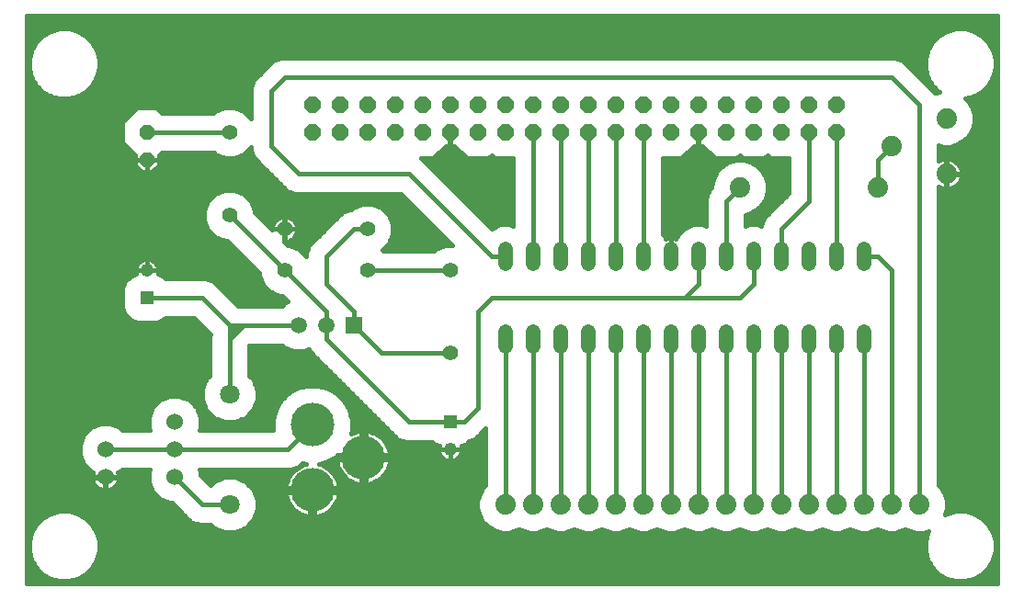
<source format=gbl>
G75*
%MOIN*%
%OFA0B0*%
%FSLAX24Y24*%
%IPPOS*%
%LPD*%
%AMOC8*
5,1,8,0,0,1.08239X$1,22.5*
%
%ADD10C,0.0600*%
%ADD11C,0.0554*%
%ADD12C,0.0476*%
%ADD13R,0.0476X0.0476*%
%ADD14OC8,0.0520*%
%ADD15R,0.0594X0.0594*%
%ADD16C,0.0594*%
%ADD17C,0.1580*%
%ADD18C,0.0709*%
%ADD19C,0.0520*%
%ADD20OC8,0.0600*%
%ADD21C,0.0740*%
%ADD22C,0.0160*%
%ADD23R,0.0396X0.0396*%
D10*
X003680Y005180D03*
X003680Y006180D03*
X006180Y006180D03*
X006180Y005180D03*
X006180Y007180D03*
D11*
X010180Y012680D03*
X010180Y014180D03*
X008180Y014680D03*
X008180Y017680D03*
X013180Y014180D03*
X013180Y012680D03*
X016180Y012680D03*
X016180Y009680D03*
D12*
X016180Y006180D03*
X005180Y012680D03*
D13*
X005180Y011680D03*
X016180Y007180D03*
D14*
X005180Y016680D03*
X005180Y017680D03*
D15*
X012680Y010680D03*
D16*
X011680Y010680D03*
X010680Y010680D03*
D17*
X011180Y007074D03*
X013030Y005893D03*
X011180Y004711D03*
D18*
X008180Y004180D03*
X008180Y008180D03*
D19*
X018180Y009920D02*
X018180Y010440D01*
X019180Y010440D02*
X019180Y009920D01*
X020180Y009920D02*
X020180Y010440D01*
X021180Y010440D02*
X021180Y009920D01*
X022180Y009920D02*
X022180Y010440D01*
X023180Y010440D02*
X023180Y009920D01*
X024180Y009920D02*
X024180Y010440D01*
X025180Y010440D02*
X025180Y009920D01*
X026180Y009920D02*
X026180Y010440D01*
X027180Y010440D02*
X027180Y009920D01*
X028180Y009920D02*
X028180Y010440D01*
X029180Y010440D02*
X029180Y009920D01*
X030180Y009920D02*
X030180Y010440D01*
X031180Y010440D02*
X031180Y009920D01*
X031180Y012920D02*
X031180Y013440D01*
X030180Y013440D02*
X030180Y012920D01*
X029180Y012920D02*
X029180Y013440D01*
X028180Y013440D02*
X028180Y012920D01*
X027180Y012920D02*
X027180Y013440D01*
X026180Y013440D02*
X026180Y012920D01*
X025180Y012920D02*
X025180Y013440D01*
X024180Y013440D02*
X024180Y012920D01*
X023180Y012920D02*
X023180Y013440D01*
X022180Y013440D02*
X022180Y012920D01*
X021180Y012920D02*
X021180Y013440D01*
X020180Y013440D02*
X020180Y012920D01*
X019180Y012920D02*
X019180Y013440D01*
X018180Y013440D02*
X018180Y012920D01*
D20*
X018180Y017680D03*
X017180Y017680D03*
X016180Y017680D03*
X015180Y017680D03*
X014180Y017680D03*
X013180Y017680D03*
X012180Y017680D03*
X011180Y017680D03*
X011180Y018680D03*
X012180Y018680D03*
X013180Y018680D03*
X014180Y018680D03*
X015180Y018680D03*
X016180Y018680D03*
X017180Y018680D03*
X018180Y018680D03*
X019180Y018680D03*
X020180Y018680D03*
X021180Y018680D03*
X022180Y018680D03*
X023180Y018680D03*
X024180Y018680D03*
X025180Y018680D03*
X026180Y018680D03*
X027180Y018680D03*
X028180Y018680D03*
X029180Y018680D03*
X030180Y018680D03*
X030180Y017680D03*
X029180Y017680D03*
X028180Y017680D03*
X027180Y017680D03*
X026180Y017680D03*
X025180Y017680D03*
X024180Y017680D03*
X023180Y017680D03*
X022180Y017680D03*
X021180Y017680D03*
X020180Y017680D03*
X019180Y017680D03*
D21*
X026680Y015680D03*
X031680Y015680D03*
X032180Y017180D03*
X034180Y016180D03*
X034180Y018180D03*
X033180Y004180D03*
X032180Y004180D03*
X031180Y004180D03*
X030180Y004180D03*
X029180Y004180D03*
X028180Y004180D03*
X027180Y004180D03*
X026180Y004180D03*
X025180Y004180D03*
X024180Y004180D03*
X023180Y004180D03*
X022180Y004180D03*
X021180Y004180D03*
X020180Y004180D03*
X019180Y004180D03*
X018180Y004180D03*
D22*
X000820Y001320D02*
X000820Y021910D01*
X036032Y021910D01*
X036032Y001320D01*
X000820Y001320D01*
X000820Y001412D02*
X002006Y001412D01*
X002013Y001410D02*
X002347Y001410D01*
X002670Y001497D01*
X002960Y001664D01*
X003196Y001900D01*
X003363Y002190D01*
X003450Y002513D01*
X003450Y002847D01*
X003363Y003170D01*
X003196Y003460D01*
X002960Y003696D01*
X002670Y003863D01*
X002347Y003950D01*
X002013Y003950D01*
X001690Y003863D01*
X001400Y003696D01*
X001164Y003460D01*
X000997Y003170D01*
X000910Y002847D01*
X000910Y002513D01*
X000997Y002190D01*
X001164Y001900D01*
X001400Y001664D01*
X001690Y001497D01*
X002013Y001410D01*
X002354Y001412D02*
X034506Y001412D01*
X034513Y001410D02*
X034847Y001410D01*
X035170Y001497D01*
X035460Y001664D01*
X035696Y001900D01*
X035863Y002190D01*
X035950Y002513D01*
X035950Y002847D01*
X035863Y003170D01*
X035696Y003460D01*
X035460Y003696D01*
X035170Y003863D01*
X034847Y003950D01*
X034513Y003950D01*
X034190Y003863D01*
X034132Y003830D01*
X034190Y004047D01*
X034190Y004313D01*
X034121Y004570D01*
X033988Y004800D01*
X033900Y004888D01*
X033900Y015705D01*
X033969Y015670D01*
X034051Y015644D01*
X034137Y015630D01*
X034162Y015630D01*
X034162Y016162D01*
X034198Y016162D01*
X034198Y016198D01*
X034162Y016198D01*
X034162Y016730D01*
X034137Y016730D01*
X034051Y016716D01*
X033969Y016690D01*
X033900Y016655D01*
X033900Y017209D01*
X034047Y017170D01*
X034313Y017170D01*
X034570Y017239D01*
X034800Y017372D01*
X034988Y017560D01*
X035121Y017790D01*
X035190Y018047D01*
X035190Y018313D01*
X035121Y018570D01*
X034988Y018800D01*
X034872Y018917D01*
X035170Y018997D01*
X035460Y019164D01*
X036032Y019164D01*
X036032Y019006D02*
X035186Y019006D01*
X034941Y018847D02*
X036032Y018847D01*
X036032Y018689D02*
X035053Y018689D01*
X035132Y018530D02*
X036032Y018530D01*
X036032Y018372D02*
X035174Y018372D01*
X035190Y018213D02*
X036032Y018213D01*
X036032Y018055D02*
X035190Y018055D01*
X035150Y017896D02*
X036032Y017896D01*
X036032Y017738D02*
X035091Y017738D01*
X034999Y017579D02*
X036032Y017579D01*
X036032Y017421D02*
X034849Y017421D01*
X034610Y017262D02*
X036032Y017262D01*
X036032Y017104D02*
X033900Y017104D01*
X033900Y016945D02*
X036032Y016945D01*
X036032Y016787D02*
X033900Y016787D01*
X034198Y016730D02*
X034198Y016198D01*
X034730Y016198D01*
X034730Y016223D01*
X034716Y016309D01*
X034690Y016391D01*
X034650Y016468D01*
X034600Y016538D01*
X034538Y016600D01*
X034468Y016650D01*
X034391Y016690D01*
X034309Y016716D01*
X034223Y016730D01*
X034198Y016730D01*
X034198Y016628D02*
X034162Y016628D01*
X034162Y016470D02*
X034198Y016470D01*
X034198Y016311D02*
X034162Y016311D01*
X034198Y016162D02*
X034730Y016162D01*
X034730Y016137D01*
X034716Y016051D01*
X034690Y015969D01*
X034650Y015892D01*
X034600Y015822D01*
X034538Y015760D01*
X034468Y015710D01*
X034391Y015670D01*
X034309Y015644D01*
X034223Y015630D01*
X034198Y015630D01*
X034198Y016162D01*
X034198Y016153D02*
X034162Y016153D01*
X034162Y015994D02*
X034198Y015994D01*
X034198Y015836D02*
X034162Y015836D01*
X034162Y015677D02*
X034198Y015677D01*
X034404Y015677D02*
X036032Y015677D01*
X036032Y015519D02*
X033900Y015519D01*
X033900Y015677D02*
X033956Y015677D01*
X034610Y015836D02*
X036032Y015836D01*
X036032Y015994D02*
X034698Y015994D01*
X034730Y016153D02*
X036032Y016153D01*
X036032Y016311D02*
X034716Y016311D01*
X034649Y016470D02*
X036032Y016470D01*
X036032Y016628D02*
X034499Y016628D01*
X033900Y015360D02*
X036032Y015360D01*
X036032Y015202D02*
X033900Y015202D01*
X033900Y015043D02*
X036032Y015043D01*
X036032Y014885D02*
X033900Y014885D01*
X033900Y014726D02*
X036032Y014726D01*
X036032Y014568D02*
X033900Y014568D01*
X033900Y014409D02*
X036032Y014409D01*
X036032Y014251D02*
X033900Y014251D01*
X033900Y014092D02*
X036032Y014092D01*
X036032Y013934D02*
X033900Y013934D01*
X033900Y013775D02*
X036032Y013775D01*
X036032Y013617D02*
X033900Y013617D01*
X033900Y013458D02*
X036032Y013458D01*
X036032Y013300D02*
X033900Y013300D01*
X033900Y013141D02*
X036032Y013141D01*
X036032Y012983D02*
X033900Y012983D01*
X033900Y012824D02*
X036032Y012824D01*
X036032Y012666D02*
X033900Y012666D01*
X033900Y012507D02*
X036032Y012507D01*
X036032Y012349D02*
X033900Y012349D01*
X033900Y012190D02*
X036032Y012190D01*
X036032Y012032D02*
X033900Y012032D01*
X033900Y011873D02*
X036032Y011873D01*
X036032Y011715D02*
X033900Y011715D01*
X033900Y011556D02*
X036032Y011556D01*
X036032Y011398D02*
X033900Y011398D01*
X033900Y011239D02*
X036032Y011239D01*
X036032Y011081D02*
X033900Y011081D01*
X033900Y010922D02*
X036032Y010922D01*
X036032Y010764D02*
X033900Y010764D01*
X033900Y010605D02*
X036032Y010605D01*
X036032Y010447D02*
X033900Y010447D01*
X033900Y010288D02*
X036032Y010288D01*
X036032Y010130D02*
X033900Y010130D01*
X033900Y009971D02*
X036032Y009971D01*
X036032Y009813D02*
X033900Y009813D01*
X033900Y009654D02*
X036032Y009654D01*
X036032Y009496D02*
X033900Y009496D01*
X033900Y009337D02*
X036032Y009337D01*
X036032Y009179D02*
X033900Y009179D01*
X033900Y009020D02*
X036032Y009020D01*
X036032Y008862D02*
X033900Y008862D01*
X033900Y008703D02*
X036032Y008703D01*
X036032Y008545D02*
X033900Y008545D01*
X033900Y008386D02*
X036032Y008386D01*
X036032Y008228D02*
X033900Y008228D01*
X033900Y008069D02*
X036032Y008069D01*
X036032Y007911D02*
X033900Y007911D01*
X033900Y007752D02*
X036032Y007752D01*
X036032Y007594D02*
X033900Y007594D01*
X033900Y007435D02*
X036032Y007435D01*
X036032Y007277D02*
X033900Y007277D01*
X033900Y007118D02*
X036032Y007118D01*
X036032Y006960D02*
X033900Y006960D01*
X033900Y006801D02*
X036032Y006801D01*
X036032Y006643D02*
X033900Y006643D01*
X033900Y006484D02*
X036032Y006484D01*
X036032Y006326D02*
X033900Y006326D01*
X033900Y006167D02*
X036032Y006167D01*
X036032Y006009D02*
X033900Y006009D01*
X033900Y005850D02*
X036032Y005850D01*
X036032Y005692D02*
X033900Y005692D01*
X033900Y005533D02*
X036032Y005533D01*
X036032Y005375D02*
X033900Y005375D01*
X033900Y005216D02*
X036032Y005216D01*
X036032Y005058D02*
X033900Y005058D01*
X033900Y004899D02*
X036032Y004899D01*
X036032Y004741D02*
X034023Y004741D01*
X034114Y004582D02*
X036032Y004582D01*
X036032Y004424D02*
X034160Y004424D01*
X034190Y004265D02*
X036032Y004265D01*
X036032Y004107D02*
X034190Y004107D01*
X034163Y003948D02*
X034506Y003948D01*
X034854Y003948D02*
X036032Y003948D01*
X036032Y003790D02*
X035298Y003790D01*
X035525Y003631D02*
X036032Y003631D01*
X036032Y003473D02*
X035683Y003473D01*
X035780Y003314D02*
X036032Y003314D01*
X036032Y003156D02*
X035867Y003156D01*
X035910Y002997D02*
X036032Y002997D01*
X036032Y002839D02*
X035950Y002839D01*
X035950Y002680D02*
X036032Y002680D01*
X036032Y002521D02*
X035950Y002521D01*
X035910Y002363D02*
X036032Y002363D01*
X036032Y002204D02*
X035867Y002204D01*
X035780Y002046D02*
X036032Y002046D01*
X036032Y001887D02*
X035683Y001887D01*
X035525Y001729D02*
X036032Y001729D01*
X036032Y001570D02*
X035298Y001570D01*
X034854Y001412D02*
X036032Y001412D01*
X034513Y001410D02*
X034190Y001497D01*
X033900Y001664D01*
X033664Y001900D01*
X033497Y002190D01*
X033410Y002513D01*
X033410Y002847D01*
X033497Y003170D01*
X033530Y003228D01*
X033313Y003170D01*
X033047Y003170D01*
X032790Y003239D01*
X032680Y003302D01*
X032570Y003239D01*
X032313Y003170D01*
X032047Y003170D01*
X031790Y003239D01*
X031680Y003302D01*
X031570Y003239D01*
X031313Y003170D01*
X031047Y003170D01*
X030790Y003239D01*
X030680Y003302D01*
X030570Y003239D01*
X030313Y003170D01*
X030047Y003170D01*
X029790Y003239D01*
X029680Y003302D01*
X029570Y003239D01*
X029313Y003170D01*
X029047Y003170D01*
X028790Y003239D01*
X028680Y003302D01*
X028570Y003239D01*
X028313Y003170D01*
X028047Y003170D01*
X027790Y003239D01*
X027680Y003302D01*
X027570Y003239D01*
X027313Y003170D01*
X027047Y003170D01*
X026790Y003239D01*
X026680Y003302D01*
X026570Y003239D01*
X026313Y003170D01*
X026047Y003170D01*
X025790Y003239D01*
X025680Y003302D01*
X025570Y003239D01*
X025313Y003170D01*
X025047Y003170D01*
X024790Y003239D01*
X024680Y003302D01*
X024570Y003239D01*
X024313Y003170D01*
X024047Y003170D01*
X023790Y003239D01*
X023680Y003302D01*
X023570Y003239D01*
X023313Y003170D01*
X023047Y003170D01*
X022790Y003239D01*
X022680Y003302D01*
X022570Y003239D01*
X022313Y003170D01*
X022047Y003170D01*
X021790Y003239D01*
X021680Y003302D01*
X021570Y003239D01*
X021313Y003170D01*
X021047Y003170D01*
X020790Y003239D01*
X020680Y003302D01*
X020570Y003239D01*
X020313Y003170D01*
X020047Y003170D01*
X019790Y003239D01*
X019680Y003302D01*
X019570Y003239D01*
X019313Y003170D01*
X019047Y003170D01*
X018790Y003239D01*
X018680Y003302D01*
X018570Y003239D01*
X018313Y003170D01*
X018047Y003170D01*
X017790Y003239D01*
X017560Y003372D01*
X017372Y003560D01*
X017239Y003790D01*
X017170Y004047D01*
X017170Y004313D01*
X017239Y004570D01*
X017372Y004800D01*
X017460Y004888D01*
X017460Y006942D01*
X017088Y006570D01*
X016853Y006472D01*
X016780Y006400D01*
X016575Y006315D01*
X016588Y006278D01*
X016598Y006213D01*
X016598Y006180D01*
X016180Y006180D01*
X016180Y006180D01*
X016598Y006180D01*
X016598Y006147D01*
X016588Y006082D01*
X016567Y006020D01*
X016537Y005961D01*
X016499Y005908D01*
X016452Y005861D01*
X016399Y005823D01*
X016340Y005793D01*
X016278Y005772D01*
X016213Y005762D01*
X016180Y005762D01*
X016180Y006180D01*
X016180Y006180D01*
X016180Y006180D01*
X015762Y006180D01*
X015762Y006147D01*
X015772Y006082D01*
X015793Y006020D01*
X015823Y005961D01*
X015861Y005908D01*
X015908Y005861D01*
X015961Y005823D01*
X016020Y005793D01*
X016082Y005772D01*
X016147Y005762D01*
X016180Y005762D01*
X016180Y006180D01*
X015762Y006180D01*
X015762Y006213D01*
X015772Y006278D01*
X015785Y006315D01*
X015580Y006400D01*
X015519Y006460D01*
X014537Y006460D01*
X014272Y006570D01*
X011272Y009570D01*
X011070Y009772D01*
X011050Y009819D01*
X010866Y009743D01*
X010494Y009743D01*
X010149Y009886D01*
X010075Y009960D01*
X008900Y009960D01*
X008900Y008866D01*
X009023Y008743D01*
X009174Y008378D01*
X009174Y007982D01*
X009023Y007617D01*
X008743Y007337D01*
X008378Y007186D01*
X007982Y007186D01*
X007617Y007337D01*
X007337Y007617D01*
X007186Y007982D01*
X007186Y008378D01*
X007337Y008743D01*
X007460Y008866D01*
X007460Y010323D01*
X007477Y010365D01*
X006882Y010960D01*
X005841Y010960D01*
X005780Y010900D01*
X005545Y010802D01*
X004815Y010802D01*
X004580Y010900D01*
X004400Y011080D01*
X004302Y011315D01*
X004302Y012045D01*
X004400Y012280D01*
X004580Y012460D01*
X004785Y012545D01*
X004772Y012582D01*
X004762Y012647D01*
X004762Y012680D01*
X005180Y012680D01*
X005180Y012680D01*
X005180Y013098D01*
X005147Y013098D01*
X005082Y013088D01*
X005020Y013067D01*
X004961Y013037D01*
X004908Y012999D01*
X004861Y012952D01*
X004823Y012899D01*
X004793Y012840D01*
X004772Y012778D01*
X004762Y012713D01*
X004762Y012680D01*
X005180Y012680D01*
X005598Y012680D01*
X005598Y012713D01*
X005588Y012778D01*
X005567Y012840D01*
X005537Y012899D01*
X005499Y012952D01*
X005452Y012999D01*
X005399Y013037D01*
X005340Y013067D01*
X005278Y013088D01*
X005213Y013098D01*
X005180Y013098D01*
X005180Y012680D01*
X005180Y012680D01*
X005180Y012680D01*
X005598Y012680D01*
X005598Y012647D01*
X005588Y012582D01*
X005575Y012545D01*
X005780Y012460D01*
X005841Y012400D01*
X007323Y012400D01*
X007588Y012290D01*
X008495Y011383D01*
X008537Y011400D01*
X010075Y011400D01*
X010149Y011474D01*
X010304Y011538D01*
X010079Y011763D01*
X009998Y011763D01*
X009660Y011902D01*
X009402Y012160D01*
X009263Y012498D01*
X009263Y012579D01*
X008079Y013763D01*
X007998Y013763D01*
X007660Y013902D01*
X007402Y014160D01*
X007263Y014498D01*
X007263Y014862D01*
X007402Y015200D01*
X007660Y015458D01*
X007998Y015597D01*
X008362Y015597D01*
X008700Y015458D01*
X008958Y015200D01*
X009097Y014862D01*
X009097Y014781D01*
X009723Y014155D01*
X009723Y014171D01*
X010171Y014171D01*
X010171Y014189D01*
X010171Y014637D01*
X010144Y014637D01*
X010073Y014626D01*
X010005Y014604D01*
X009940Y014571D01*
X009882Y014529D01*
X009831Y014478D01*
X009789Y014420D01*
X009756Y014355D01*
X009734Y014287D01*
X009723Y014216D01*
X009723Y014189D01*
X010171Y014189D01*
X010189Y014189D01*
X010189Y014637D01*
X010216Y014637D01*
X010287Y014626D01*
X010355Y014604D01*
X010420Y014571D01*
X010478Y014529D01*
X010529Y014478D01*
X010571Y014420D01*
X010604Y014355D01*
X010626Y014287D01*
X010637Y014216D01*
X010637Y014189D01*
X010189Y014189D01*
X010189Y014171D01*
X010637Y014171D01*
X010637Y014144D01*
X010626Y014073D01*
X010604Y014005D01*
X010571Y013940D01*
X010529Y013882D01*
X010478Y013831D01*
X010420Y013789D01*
X010355Y013756D01*
X010287Y013734D01*
X010216Y013723D01*
X010189Y013723D01*
X010189Y014171D01*
X010171Y014171D01*
X010171Y013723D01*
X010155Y013723D01*
X010281Y013597D01*
X010362Y013597D01*
X010700Y013458D01*
X010958Y013200D01*
X010960Y013194D01*
X010960Y013323D01*
X011070Y013588D01*
X012070Y014588D01*
X012272Y014790D01*
X012537Y014900D01*
X012603Y014900D01*
X012660Y014958D01*
X012998Y015097D01*
X013362Y015097D01*
X013700Y014958D01*
X013958Y014700D01*
X014097Y014362D01*
X014097Y013998D01*
X013958Y013660D01*
X013727Y013430D01*
X013757Y013400D01*
X015603Y013400D01*
X015660Y013458D01*
X015998Y013597D01*
X016245Y013597D01*
X014382Y015460D01*
X010537Y015460D01*
X010272Y015570D01*
X009272Y016570D01*
X009070Y016772D01*
X008960Y017037D01*
X008960Y017166D01*
X008958Y017160D01*
X008700Y016902D01*
X008362Y016763D01*
X007998Y016763D01*
X007660Y016902D01*
X007603Y016960D01*
X005733Y016960D01*
X005620Y016847D01*
X005620Y016680D01*
X005180Y016680D01*
X005180Y016680D01*
X005620Y016680D01*
X005620Y016498D01*
X005362Y016240D01*
X005180Y016240D01*
X005180Y016680D01*
X005180Y016680D01*
X005180Y016680D01*
X004740Y016680D01*
X004740Y016847D01*
X004280Y017307D01*
X004280Y018053D01*
X004807Y018580D01*
X005553Y018580D01*
X005733Y018400D01*
X007603Y018400D01*
X007660Y018458D01*
X007998Y018597D01*
X008362Y018597D01*
X008700Y018458D01*
X008958Y018200D01*
X008960Y018194D01*
X008960Y019323D01*
X009070Y019588D01*
X009570Y020088D01*
X009772Y020290D01*
X010037Y020400D01*
X032323Y020400D01*
X032588Y020290D01*
X033588Y019290D01*
X033769Y019109D01*
X033790Y019121D01*
X033916Y019155D01*
X033900Y019164D01*
X033714Y019164D01*
X033742Y019323D02*
X033556Y019323D01*
X033664Y019400D02*
X033900Y019164D01*
X033664Y019400D02*
X033497Y019690D01*
X033410Y020013D01*
X033410Y020347D01*
X033497Y020670D01*
X033664Y020960D01*
X033900Y021196D01*
X034190Y021363D01*
X034513Y021450D01*
X034847Y021450D01*
X035170Y021363D01*
X035460Y021196D01*
X035696Y020960D01*
X035863Y020670D01*
X035950Y020347D01*
X035950Y020013D01*
X035863Y019690D01*
X035696Y019400D01*
X035460Y019164D01*
X035618Y019323D02*
X036032Y019323D01*
X036032Y019481D02*
X035743Y019481D01*
X035834Y019640D02*
X036032Y019640D01*
X036032Y019798D02*
X035892Y019798D01*
X035935Y019957D02*
X036032Y019957D01*
X036032Y020115D02*
X035950Y020115D01*
X035950Y020274D02*
X036032Y020274D01*
X036032Y020432D02*
X035927Y020432D01*
X035885Y020591D02*
X036032Y020591D01*
X036032Y020749D02*
X035818Y020749D01*
X035726Y020908D02*
X036032Y020908D01*
X036032Y021066D02*
X035590Y021066D01*
X035411Y021225D02*
X036032Y021225D01*
X036032Y021383D02*
X035097Y021383D01*
X036032Y021542D02*
X000820Y021542D01*
X000820Y021700D02*
X036032Y021700D01*
X036032Y021859D02*
X000820Y021859D01*
X000820Y021383D02*
X001763Y021383D01*
X001690Y021363D02*
X001400Y021196D01*
X001164Y020960D01*
X000997Y020670D01*
X000910Y020347D01*
X000910Y020013D01*
X000997Y019690D01*
X001164Y019400D01*
X001400Y019164D01*
X000820Y019164D01*
X000820Y019006D02*
X001674Y019006D01*
X001690Y018997D02*
X002013Y018910D01*
X002347Y018910D01*
X002670Y018997D01*
X002960Y019164D01*
X008960Y019164D01*
X008960Y019006D02*
X002686Y019006D01*
X002960Y019164D02*
X003196Y019400D01*
X003363Y019690D01*
X003450Y020013D01*
X003450Y020347D01*
X003363Y020670D01*
X003196Y020960D01*
X002960Y021196D01*
X002670Y021363D01*
X002347Y021450D01*
X002013Y021450D01*
X001690Y021363D01*
X001449Y021225D02*
X000820Y021225D01*
X000820Y021066D02*
X001270Y021066D01*
X001134Y020908D02*
X000820Y020908D01*
X000820Y020749D02*
X001042Y020749D01*
X000975Y020591D02*
X000820Y020591D01*
X000820Y020432D02*
X000933Y020432D01*
X000910Y020274D02*
X000820Y020274D01*
X000820Y020115D02*
X000910Y020115D01*
X000925Y019957D02*
X000820Y019957D01*
X000820Y019798D02*
X000968Y019798D01*
X001026Y019640D02*
X000820Y019640D01*
X000820Y019481D02*
X001117Y019481D01*
X001242Y019323D02*
X000820Y019323D01*
X001400Y019164D02*
X001690Y018997D01*
X000820Y018847D02*
X008960Y018847D01*
X008960Y018689D02*
X000820Y018689D01*
X000820Y018530D02*
X004757Y018530D01*
X004599Y018372D02*
X000820Y018372D01*
X000820Y018213D02*
X004440Y018213D01*
X004282Y018055D02*
X000820Y018055D01*
X000820Y017896D02*
X004280Y017896D01*
X004280Y017738D02*
X000820Y017738D01*
X000820Y017579D02*
X004280Y017579D01*
X004280Y017421D02*
X000820Y017421D01*
X000820Y017262D02*
X004325Y017262D01*
X004484Y017104D02*
X000820Y017104D01*
X000820Y016945D02*
X004642Y016945D01*
X004740Y016787D02*
X000820Y016787D01*
X000820Y016628D02*
X004740Y016628D01*
X004740Y016680D02*
X004740Y016498D01*
X004998Y016240D01*
X005180Y016240D01*
X005180Y016680D01*
X004740Y016680D01*
X004768Y016470D02*
X000820Y016470D01*
X000820Y016311D02*
X004927Y016311D01*
X005180Y016311D02*
X005180Y016311D01*
X005180Y016470D02*
X005180Y016470D01*
X005180Y016628D02*
X005180Y016628D01*
X005620Y016628D02*
X009214Y016628D01*
X009064Y016787D02*
X008420Y016787D01*
X008742Y016945D02*
X008998Y016945D01*
X008960Y017104D02*
X008901Y017104D01*
X009680Y017180D02*
X009680Y019180D01*
X010180Y019680D01*
X032180Y019680D01*
X033180Y018680D01*
X033180Y004180D01*
X032180Y004180D02*
X032180Y012680D01*
X031680Y013180D01*
X031180Y013180D01*
X030180Y013180D02*
X030180Y017680D01*
X029180Y017680D02*
X029180Y015180D01*
X028180Y014180D01*
X028180Y013180D01*
X027180Y013180D02*
X027180Y012180D01*
X026680Y011680D01*
X024680Y011680D01*
X025180Y012180D01*
X025180Y013180D01*
X024180Y013180D02*
X024180Y013880D01*
X024215Y013880D01*
X024283Y013869D01*
X024349Y013848D01*
X024370Y013837D01*
X024417Y013950D01*
X024670Y014203D01*
X025001Y014340D01*
X025359Y014340D01*
X025460Y014298D01*
X025460Y015323D01*
X025570Y015588D01*
X025670Y015688D01*
X025670Y015813D01*
X025739Y016070D01*
X025872Y016300D01*
X026060Y016488D01*
X026290Y016621D01*
X026547Y016690D01*
X026813Y016690D01*
X027070Y016621D01*
X027300Y016488D01*
X027488Y016300D01*
X027621Y016070D01*
X027690Y015813D01*
X027690Y015547D01*
X027621Y015290D01*
X027488Y015060D01*
X027300Y014872D01*
X027070Y014739D01*
X026900Y014693D01*
X026900Y014298D01*
X027001Y014340D01*
X027359Y014340D01*
X027460Y014298D01*
X027460Y014323D01*
X027570Y014588D01*
X028460Y015478D01*
X028460Y016740D01*
X027791Y016740D01*
X027680Y016851D01*
X027569Y016740D01*
X026791Y016740D01*
X026680Y016851D01*
X026569Y016740D01*
X025791Y016740D01*
X025331Y017200D01*
X025200Y017200D01*
X025200Y017660D01*
X025160Y017660D01*
X025160Y017200D01*
X025029Y017200D01*
X024569Y016740D01*
X023900Y016740D01*
X023900Y013993D01*
X023943Y013950D01*
X023990Y013837D01*
X024011Y013848D01*
X024077Y013869D01*
X024145Y013880D01*
X024180Y013880D01*
X024180Y013180D01*
X024180Y013180D01*
X024180Y013300D02*
X024180Y013300D01*
X024180Y013458D02*
X024180Y013458D01*
X024180Y013617D02*
X024180Y013617D01*
X024180Y013775D02*
X024180Y013775D01*
X023950Y013934D02*
X024410Y013934D01*
X024559Y014092D02*
X023900Y014092D01*
X023900Y014251D02*
X024785Y014251D01*
X025460Y014409D02*
X023900Y014409D01*
X023900Y014568D02*
X025460Y014568D01*
X025460Y014726D02*
X023900Y014726D01*
X023900Y014885D02*
X025460Y014885D01*
X025460Y015043D02*
X023900Y015043D01*
X023900Y015202D02*
X025460Y015202D01*
X025475Y015360D02*
X023900Y015360D01*
X023900Y015519D02*
X025541Y015519D01*
X025659Y015677D02*
X023900Y015677D01*
X023900Y015836D02*
X025676Y015836D01*
X025719Y015994D02*
X023900Y015994D01*
X023900Y016153D02*
X025787Y016153D01*
X025883Y016311D02*
X023900Y016311D01*
X023900Y016470D02*
X026041Y016470D01*
X026316Y016628D02*
X023900Y016628D01*
X024616Y016787D02*
X025744Y016787D01*
X025586Y016945D02*
X024774Y016945D01*
X024933Y017104D02*
X025427Y017104D01*
X025200Y017262D02*
X025160Y017262D01*
X025160Y017421D02*
X025200Y017421D01*
X025200Y017579D02*
X025160Y017579D01*
X026616Y016787D02*
X026744Y016787D01*
X027044Y016628D02*
X028460Y016628D01*
X028460Y016470D02*
X027319Y016470D01*
X027477Y016311D02*
X028460Y016311D01*
X028460Y016153D02*
X027573Y016153D01*
X027641Y015994D02*
X028460Y015994D01*
X028460Y015836D02*
X027684Y015836D01*
X027690Y015677D02*
X028460Y015677D01*
X028460Y015519D02*
X027682Y015519D01*
X027640Y015360D02*
X028342Y015360D01*
X028183Y015202D02*
X027570Y015202D01*
X027471Y015043D02*
X028025Y015043D01*
X027866Y014885D02*
X027313Y014885D01*
X027022Y014726D02*
X027708Y014726D01*
X027561Y014568D02*
X026900Y014568D01*
X026900Y014409D02*
X027496Y014409D01*
X026680Y015680D02*
X026180Y015180D01*
X026180Y013180D01*
X024680Y011680D02*
X017680Y011680D01*
X017180Y011180D01*
X017180Y007680D01*
X016680Y007180D01*
X016180Y007180D01*
X014680Y007180D01*
X011680Y010180D01*
X011680Y010680D01*
X011680Y011180D01*
X010180Y012680D01*
X008180Y014680D01*
X009022Y015043D02*
X012867Y015043D01*
X012499Y014885D02*
X009088Y014885D01*
X009152Y014726D02*
X012208Y014726D01*
X012049Y014568D02*
X010424Y014568D01*
X010576Y014409D02*
X011891Y014409D01*
X011732Y014251D02*
X010632Y014251D01*
X010629Y014092D02*
X011574Y014092D01*
X011415Y013934D02*
X010566Y013934D01*
X010392Y013775D02*
X011257Y013775D01*
X011098Y013617D02*
X010262Y013617D01*
X010189Y013775D02*
X010171Y013775D01*
X010171Y013934D02*
X010189Y013934D01*
X010189Y014092D02*
X010171Y014092D01*
X010171Y014251D02*
X010189Y014251D01*
X010189Y014409D02*
X010171Y014409D01*
X010171Y014568D02*
X010189Y014568D01*
X009936Y014568D02*
X009311Y014568D01*
X009469Y014409D02*
X009784Y014409D01*
X009728Y014251D02*
X009628Y014251D01*
X008956Y015202D02*
X014640Y015202D01*
X014482Y015360D02*
X008797Y015360D01*
X008552Y015519D02*
X010396Y015519D01*
X010165Y015677D02*
X000820Y015677D01*
X000820Y015519D02*
X007808Y015519D01*
X007563Y015360D02*
X000820Y015360D01*
X000820Y015202D02*
X007404Y015202D01*
X007338Y015043D02*
X000820Y015043D01*
X000820Y014885D02*
X007272Y014885D01*
X007263Y014726D02*
X000820Y014726D01*
X000820Y014568D02*
X007263Y014568D01*
X007300Y014409D02*
X000820Y014409D01*
X000820Y014251D02*
X007365Y014251D01*
X007471Y014092D02*
X000820Y014092D01*
X000820Y013934D02*
X007629Y013934D01*
X007968Y013775D02*
X000820Y013775D01*
X000820Y013617D02*
X008225Y013617D01*
X008384Y013458D02*
X000820Y013458D01*
X000820Y013300D02*
X008542Y013300D01*
X008701Y013141D02*
X000820Y013141D01*
X000820Y012983D02*
X004892Y012983D01*
X004787Y012824D02*
X000820Y012824D01*
X000820Y012666D02*
X004762Y012666D01*
X004692Y012507D02*
X000820Y012507D01*
X000820Y012349D02*
X004468Y012349D01*
X004362Y012190D02*
X000820Y012190D01*
X000820Y012032D02*
X004302Y012032D01*
X004302Y011873D02*
X000820Y011873D01*
X000820Y011715D02*
X004302Y011715D01*
X004302Y011556D02*
X000820Y011556D01*
X000820Y011398D02*
X004302Y011398D01*
X004334Y011239D02*
X000820Y011239D01*
X000820Y011081D02*
X004399Y011081D01*
X004557Y010922D02*
X000820Y010922D01*
X000820Y010764D02*
X007078Y010764D01*
X006920Y010922D02*
X005803Y010922D01*
X005180Y011680D02*
X007180Y011680D01*
X008180Y010680D01*
X008180Y010180D01*
X008680Y010680D01*
X010680Y010680D01*
X011034Y009813D02*
X011053Y009813D01*
X011188Y009654D02*
X008900Y009654D01*
X008900Y009496D02*
X011346Y009496D01*
X011505Y009337D02*
X008900Y009337D01*
X008900Y009179D02*
X011663Y009179D01*
X011822Y009020D02*
X008900Y009020D01*
X008905Y008862D02*
X011980Y008862D01*
X012139Y008703D02*
X009040Y008703D01*
X009105Y008545D02*
X012297Y008545D01*
X012456Y008386D02*
X011767Y008386D01*
X011732Y008406D02*
X011368Y008504D01*
X010992Y008504D01*
X010628Y008406D01*
X010302Y008218D01*
X010036Y007952D01*
X009847Y007626D01*
X009750Y007262D01*
X009750Y006900D01*
X007081Y006900D01*
X007120Y006993D01*
X007120Y007367D01*
X006977Y007712D01*
X006712Y007977D01*
X006367Y008120D01*
X005993Y008120D01*
X005648Y007977D01*
X005383Y007712D01*
X005240Y007367D01*
X005240Y006993D01*
X005279Y006900D01*
X004289Y006900D01*
X004212Y006977D01*
X003867Y007120D01*
X003493Y007120D01*
X003148Y006977D01*
X002883Y006712D01*
X002740Y006367D01*
X002740Y005993D01*
X002883Y005648D01*
X003148Y005383D01*
X003230Y005349D01*
X003212Y005292D01*
X003200Y005218D01*
X003200Y005200D01*
X003660Y005200D01*
X003660Y005160D01*
X003700Y005160D01*
X003700Y005200D01*
X004160Y005200D01*
X004160Y005218D01*
X004148Y005292D01*
X004130Y005349D01*
X004212Y005383D01*
X004289Y005460D01*
X005279Y005460D01*
X005240Y005367D01*
X005240Y004993D01*
X005383Y004648D01*
X005648Y004383D01*
X005993Y004240D01*
X006102Y004240D01*
X006772Y003570D01*
X007037Y003460D01*
X007494Y003460D01*
X007617Y003337D01*
X007982Y003186D01*
X008378Y003186D01*
X008743Y003337D01*
X009023Y003617D01*
X009174Y003982D01*
X009174Y004378D01*
X009023Y004743D01*
X008743Y005023D01*
X008378Y005174D01*
X007982Y005174D01*
X007617Y005023D01*
X007494Y004900D01*
X007478Y004900D01*
X007120Y005258D01*
X007120Y005367D01*
X007081Y005460D01*
X010430Y005460D01*
X010694Y005570D01*
X010815Y005691D01*
X010952Y005654D01*
X010911Y005645D01*
X010808Y005609D01*
X010710Y005562D01*
X010618Y005504D01*
X010533Y005436D01*
X010456Y005359D01*
X010388Y005274D01*
X010330Y005181D01*
X010282Y005083D01*
X010246Y004980D01*
X010222Y004874D01*
X010213Y004791D01*
X011100Y004791D01*
X011100Y004631D01*
X011260Y004631D01*
X011260Y003744D01*
X011343Y003754D01*
X011449Y003778D01*
X011552Y003814D01*
X011650Y003861D01*
X011742Y003919D01*
X011827Y003987D01*
X011904Y004064D01*
X011972Y004149D01*
X012030Y004242D01*
X012078Y004340D01*
X012114Y004443D01*
X012138Y004549D01*
X012147Y004631D01*
X011260Y004631D01*
X011260Y004791D01*
X012147Y004791D01*
X012138Y004874D01*
X012114Y004980D01*
X012078Y005083D01*
X012030Y005181D01*
X011972Y005274D01*
X011904Y005359D01*
X011827Y005436D01*
X011742Y005504D01*
X011650Y005562D01*
X011552Y005609D01*
X011449Y005645D01*
X011408Y005654D01*
X011732Y005741D01*
X012058Y005929D01*
X012101Y005973D01*
X012950Y005973D01*
X012950Y006860D01*
X012868Y006850D01*
X012761Y006826D01*
X012659Y006790D01*
X012573Y006749D01*
X012610Y006885D01*
X012610Y007262D01*
X012513Y007626D01*
X012324Y007952D01*
X012058Y008218D01*
X011732Y008406D01*
X012042Y008228D02*
X012614Y008228D01*
X012773Y008069D02*
X012207Y008069D01*
X012348Y007911D02*
X012931Y007911D01*
X013090Y007752D02*
X012440Y007752D01*
X012521Y007594D02*
X013248Y007594D01*
X013407Y007435D02*
X012564Y007435D01*
X012606Y007277D02*
X013565Y007277D01*
X013724Y007118D02*
X012610Y007118D01*
X012610Y006960D02*
X013882Y006960D01*
X014041Y006801D02*
X013371Y006801D01*
X013402Y006790D02*
X013299Y006826D01*
X013193Y006850D01*
X013110Y006860D01*
X013110Y005973D01*
X012950Y005973D01*
X012950Y005813D01*
X012063Y005813D01*
X012073Y005730D01*
X012097Y005624D01*
X012133Y005521D01*
X012180Y005423D01*
X012238Y005330D01*
X012306Y005245D01*
X012383Y005168D01*
X012468Y005100D01*
X012560Y005042D01*
X012659Y004995D01*
X012761Y004959D01*
X012868Y004935D01*
X012950Y004925D01*
X012950Y005813D01*
X013110Y005813D01*
X013110Y005973D01*
X013998Y005973D01*
X013988Y006055D01*
X013964Y006162D01*
X013928Y006264D01*
X013881Y006363D01*
X013823Y006455D01*
X013755Y006540D01*
X013678Y006617D01*
X013593Y006685D01*
X013500Y006743D01*
X013402Y006790D01*
X013646Y006643D02*
X014199Y006643D01*
X014479Y006484D02*
X013799Y006484D01*
X013899Y006326D02*
X015759Y006326D01*
X015762Y006167D02*
X013962Y006167D01*
X013993Y006009D02*
X015798Y006009D01*
X015923Y005850D02*
X013110Y005850D01*
X013110Y005813D02*
X013998Y005813D01*
X013988Y005730D01*
X013964Y005624D01*
X013928Y005521D01*
X013881Y005423D01*
X013823Y005330D01*
X013755Y005245D01*
X013678Y005168D01*
X013593Y005100D01*
X013500Y005042D01*
X013402Y004995D01*
X013299Y004959D01*
X013193Y004935D01*
X013110Y004925D01*
X013110Y005813D01*
X013110Y005692D02*
X012950Y005692D01*
X012950Y005850D02*
X011920Y005850D01*
X012081Y005692D02*
X011547Y005692D01*
X011696Y005533D02*
X012129Y005533D01*
X012210Y005375D02*
X011889Y005375D01*
X012009Y005216D02*
X012335Y005216D01*
X012536Y005058D02*
X012087Y005058D01*
X012132Y004899D02*
X017460Y004899D01*
X017460Y005058D02*
X013525Y005058D01*
X013726Y005216D02*
X017460Y005216D01*
X017460Y005375D02*
X013850Y005375D01*
X013932Y005533D02*
X017460Y005533D01*
X017460Y005692D02*
X013979Y005692D01*
X013110Y005533D02*
X012950Y005533D01*
X012950Y005375D02*
X013110Y005375D01*
X013110Y005216D02*
X012950Y005216D01*
X012950Y005058D02*
X013110Y005058D01*
X012142Y004582D02*
X017246Y004582D01*
X017200Y004424D02*
X012107Y004424D01*
X012042Y004265D02*
X017170Y004265D01*
X017170Y004107D02*
X011938Y004107D01*
X011778Y003948D02*
X017197Y003948D01*
X017239Y003790D02*
X011482Y003790D01*
X011260Y003790D02*
X011100Y003790D01*
X011100Y003744D02*
X011100Y004631D01*
X010213Y004631D01*
X010222Y004549D01*
X010246Y004443D01*
X010282Y004340D01*
X010330Y004242D01*
X010388Y004149D01*
X010456Y004064D01*
X010533Y003987D01*
X010618Y003919D01*
X010710Y003861D01*
X010808Y003814D01*
X010911Y003778D01*
X011017Y003754D01*
X011100Y003744D01*
X011100Y003948D02*
X011260Y003948D01*
X011260Y004107D02*
X011100Y004107D01*
X011100Y004265D02*
X011260Y004265D01*
X011260Y004424D02*
X011100Y004424D01*
X011100Y004582D02*
X011260Y004582D01*
X011260Y004741D02*
X017337Y004741D01*
X018180Y004180D02*
X018180Y010180D01*
X019180Y010180D02*
X019180Y004180D01*
X020180Y004180D02*
X020180Y010180D01*
X021180Y010180D02*
X021180Y004180D01*
X022180Y004180D02*
X022180Y010180D01*
X023180Y010180D02*
X023180Y004180D01*
X024180Y004180D02*
X024180Y010180D01*
X025180Y010180D02*
X025180Y004180D01*
X026180Y004180D02*
X026180Y010180D01*
X027180Y010180D02*
X027180Y004180D01*
X028180Y004180D02*
X028180Y010180D01*
X029180Y010180D02*
X029180Y004180D01*
X030180Y004180D02*
X030180Y010180D01*
X031180Y010180D02*
X031180Y004180D01*
X033493Y003156D02*
X003367Y003156D01*
X003410Y002997D02*
X033450Y002997D01*
X033410Y002839D02*
X003450Y002839D01*
X003450Y002680D02*
X033410Y002680D01*
X033410Y002521D02*
X003450Y002521D01*
X003410Y002363D02*
X033450Y002363D01*
X033493Y002204D02*
X003367Y002204D01*
X003280Y002046D02*
X033580Y002046D01*
X033677Y001887D02*
X003183Y001887D01*
X003025Y001729D02*
X033835Y001729D01*
X034062Y001570D02*
X002798Y001570D01*
X001562Y001570D02*
X000820Y001570D01*
X000820Y001729D02*
X001335Y001729D01*
X001177Y001887D02*
X000820Y001887D01*
X000820Y002046D02*
X001080Y002046D01*
X000993Y002204D02*
X000820Y002204D01*
X000820Y002363D02*
X000950Y002363D01*
X000910Y002521D02*
X000820Y002521D01*
X000820Y002680D02*
X000910Y002680D01*
X000910Y002839D02*
X000820Y002839D01*
X000820Y002997D02*
X000950Y002997D01*
X000993Y003156D02*
X000820Y003156D01*
X000820Y003314D02*
X001080Y003314D01*
X001177Y003473D02*
X000820Y003473D01*
X000820Y003631D02*
X001335Y003631D01*
X001562Y003790D02*
X000820Y003790D01*
X000820Y003948D02*
X002006Y003948D01*
X002354Y003948D02*
X006394Y003948D01*
X006552Y003790D02*
X002798Y003790D01*
X003025Y003631D02*
X006711Y003631D01*
X007007Y003473D02*
X003183Y003473D01*
X003280Y003314D02*
X007672Y003314D01*
X007180Y004180D02*
X006180Y005180D01*
X005240Y005216D02*
X004160Y005216D01*
X004160Y005160D02*
X003700Y005160D01*
X003700Y004700D01*
X003718Y004700D01*
X003792Y004712D01*
X003864Y004735D01*
X003932Y004769D01*
X003993Y004814D01*
X004046Y004867D01*
X004091Y004928D01*
X004125Y004996D01*
X004148Y005068D01*
X004160Y005142D01*
X004160Y005160D01*
X004145Y005058D02*
X005240Y005058D01*
X005279Y004899D02*
X004069Y004899D01*
X003875Y004741D02*
X005345Y004741D01*
X005449Y004582D02*
X000820Y004582D01*
X000820Y004424D02*
X005607Y004424D01*
X005933Y004265D02*
X000820Y004265D01*
X000820Y004107D02*
X006235Y004107D01*
X007180Y004180D02*
X008180Y004180D01*
X009095Y003790D02*
X010878Y003790D01*
X010582Y003948D02*
X009160Y003948D01*
X009174Y004107D02*
X010422Y004107D01*
X010318Y004265D02*
X009174Y004265D01*
X009155Y004424D02*
X010253Y004424D01*
X010218Y004582D02*
X009090Y004582D01*
X009024Y004741D02*
X011100Y004741D01*
X010351Y005216D02*
X007162Y005216D01*
X007117Y005375D02*
X010471Y005375D01*
X010606Y005533D02*
X010664Y005533D01*
X010273Y005058D02*
X008660Y005058D01*
X008867Y004899D02*
X010228Y004899D01*
X009029Y003631D02*
X017331Y003631D01*
X017459Y003473D02*
X008879Y003473D01*
X008688Y003314D02*
X017660Y003314D01*
X017460Y005850D02*
X016437Y005850D01*
X016562Y006009D02*
X017460Y006009D01*
X017460Y006167D02*
X016598Y006167D01*
X016601Y006326D02*
X017460Y006326D01*
X017460Y006484D02*
X016881Y006484D01*
X017161Y006643D02*
X017460Y006643D01*
X017460Y006801D02*
X017319Y006801D01*
X016180Y006167D02*
X016180Y006167D01*
X016180Y006009D02*
X016180Y006009D01*
X016180Y005850D02*
X016180Y005850D01*
X013110Y006009D02*
X012950Y006009D01*
X012950Y006167D02*
X013110Y006167D01*
X013110Y006326D02*
X012950Y006326D01*
X012950Y006484D02*
X013110Y006484D01*
X013110Y006643D02*
X012950Y006643D01*
X012950Y006801D02*
X013110Y006801D01*
X012690Y006801D02*
X012587Y006801D01*
X011180Y007074D02*
X010286Y006180D01*
X006180Y006180D01*
X003680Y006180D01*
X002740Y006167D02*
X000820Y006167D01*
X000820Y006009D02*
X002740Y006009D01*
X002799Y005850D02*
X000820Y005850D01*
X000820Y005692D02*
X002865Y005692D01*
X002998Y005533D02*
X000820Y005533D01*
X000820Y005375D02*
X003168Y005375D01*
X003200Y005216D02*
X000820Y005216D01*
X000820Y005058D02*
X003215Y005058D01*
X003212Y005068D02*
X003235Y004996D01*
X003269Y004928D01*
X003314Y004867D01*
X003367Y004814D01*
X003428Y004769D01*
X003496Y004735D01*
X003568Y004712D01*
X003642Y004700D01*
X003660Y004700D01*
X003660Y005160D01*
X003200Y005160D01*
X003200Y005142D01*
X003212Y005068D01*
X003291Y004899D02*
X000820Y004899D01*
X000820Y004741D02*
X003485Y004741D01*
X003660Y004741D02*
X003700Y004741D01*
X003700Y004899D02*
X003660Y004899D01*
X003660Y005058D02*
X003700Y005058D01*
X004192Y005375D02*
X005243Y005375D01*
X007321Y005058D02*
X007700Y005058D01*
X007106Y006960D02*
X009750Y006960D01*
X009750Y007118D02*
X007120Y007118D01*
X007120Y007277D02*
X007763Y007277D01*
X007519Y007435D02*
X007092Y007435D01*
X007026Y007594D02*
X007360Y007594D01*
X007281Y007752D02*
X006937Y007752D01*
X006779Y007911D02*
X007215Y007911D01*
X007186Y008069D02*
X006490Y008069D01*
X005870Y008069D02*
X000820Y008069D01*
X000820Y007911D02*
X005581Y007911D01*
X005423Y007752D02*
X000820Y007752D01*
X000820Y007594D02*
X005334Y007594D01*
X005268Y007435D02*
X000820Y007435D01*
X000820Y007277D02*
X005240Y007277D01*
X005240Y007118D02*
X003872Y007118D01*
X003488Y007118D02*
X000820Y007118D01*
X000820Y006960D02*
X003130Y006960D01*
X002972Y006801D02*
X000820Y006801D01*
X000820Y006643D02*
X002854Y006643D01*
X002788Y006484D02*
X000820Y006484D01*
X000820Y006326D02*
X002740Y006326D01*
X004230Y006960D02*
X005254Y006960D01*
X007186Y008228D02*
X000820Y008228D01*
X000820Y008386D02*
X007189Y008386D01*
X007255Y008545D02*
X000820Y008545D01*
X000820Y008703D02*
X007320Y008703D01*
X007455Y008862D02*
X000820Y008862D01*
X000820Y009020D02*
X007460Y009020D01*
X007460Y009179D02*
X000820Y009179D01*
X000820Y009337D02*
X007460Y009337D01*
X007460Y009496D02*
X000820Y009496D01*
X000820Y009654D02*
X007460Y009654D01*
X007460Y009813D02*
X000820Y009813D01*
X000820Y009971D02*
X007460Y009971D01*
X007460Y010130D02*
X000820Y010130D01*
X000820Y010288D02*
X007460Y010288D01*
X007395Y010447D02*
X000820Y010447D01*
X000820Y010605D02*
X007237Y010605D01*
X008180Y010605D02*
X008605Y010605D01*
X008680Y010680D02*
X008180Y010680D01*
X008180Y010447D02*
X008447Y010447D01*
X008288Y010288D02*
X008180Y010288D01*
X008180Y010180D02*
X008180Y008180D01*
X009174Y008228D02*
X010318Y008228D01*
X010153Y008069D02*
X009174Y008069D01*
X009145Y007911D02*
X010012Y007911D01*
X009920Y007752D02*
X009079Y007752D01*
X009000Y007594D02*
X009839Y007594D01*
X009796Y007435D02*
X008841Y007435D01*
X008597Y007277D02*
X009754Y007277D01*
X009171Y008386D02*
X010593Y008386D01*
X010326Y009813D02*
X008900Y009813D01*
X008531Y011398D02*
X008481Y011398D01*
X008322Y011556D02*
X010286Y011556D01*
X010127Y011715D02*
X008164Y011715D01*
X008005Y011873D02*
X009732Y011873D01*
X009531Y012032D02*
X007847Y012032D01*
X007688Y012190D02*
X009390Y012190D01*
X009325Y012349D02*
X007448Y012349D01*
X008859Y012983D02*
X005468Y012983D01*
X005573Y012824D02*
X009018Y012824D01*
X009176Y012666D02*
X005598Y012666D01*
X005668Y012507D02*
X009263Y012507D01*
X010698Y013458D02*
X011016Y013458D01*
X010960Y013300D02*
X010858Y013300D01*
X011680Y013180D02*
X012680Y014180D01*
X013180Y014180D01*
X014005Y013775D02*
X016067Y013775D01*
X016225Y013617D02*
X013914Y013617D01*
X013755Y013458D02*
X015662Y013458D01*
X015908Y013934D02*
X014071Y013934D01*
X014097Y014092D02*
X015750Y014092D01*
X015591Y014251D02*
X014097Y014251D01*
X014078Y014409D02*
X015433Y014409D01*
X015274Y014568D02*
X014012Y014568D01*
X013931Y014726D02*
X015116Y014726D01*
X014957Y014885D02*
X013773Y014885D01*
X013493Y015043D02*
X014799Y015043D01*
X016043Y015836D02*
X018460Y015836D01*
X018460Y015994D02*
X015884Y015994D01*
X015726Y016153D02*
X018460Y016153D01*
X018460Y016311D02*
X015567Y016311D01*
X015409Y016470D02*
X018460Y016470D01*
X018460Y016628D02*
X015250Y016628D01*
X015290Y016588D02*
X015138Y016740D01*
X015569Y016740D01*
X016029Y017200D01*
X016160Y017200D01*
X016160Y017660D01*
X016200Y017660D01*
X016200Y017200D01*
X016331Y017200D01*
X016791Y016740D01*
X017569Y016740D01*
X017680Y016851D01*
X017791Y016740D01*
X018460Y016740D01*
X018460Y014298D01*
X018359Y014340D01*
X018001Y014340D01*
X017674Y014204D01*
X015290Y016588D01*
X015290Y016588D01*
X015616Y016787D02*
X016744Y016787D01*
X016586Y016945D02*
X015774Y016945D01*
X015933Y017104D02*
X016427Y017104D01*
X016200Y017262D02*
X016160Y017262D01*
X016160Y017421D02*
X016200Y017421D01*
X016200Y017579D02*
X016160Y017579D01*
X017616Y016787D02*
X017744Y016787D01*
X018460Y015677D02*
X016201Y015677D01*
X016360Y015519D02*
X018460Y015519D01*
X018460Y015360D02*
X016518Y015360D01*
X016677Y015202D02*
X018460Y015202D01*
X018460Y015043D02*
X016835Y015043D01*
X016994Y014885D02*
X018460Y014885D01*
X018460Y014726D02*
X017152Y014726D01*
X017311Y014568D02*
X018460Y014568D01*
X018460Y014409D02*
X017469Y014409D01*
X017628Y014251D02*
X017785Y014251D01*
X017680Y013180D02*
X014680Y016180D01*
X010680Y016180D01*
X009680Y017180D01*
X009372Y016470D02*
X005592Y016470D01*
X005433Y016311D02*
X009531Y016311D01*
X009689Y016153D02*
X000820Y016153D01*
X000820Y015994D02*
X009848Y015994D01*
X010006Y015836D02*
X000820Y015836D01*
X005180Y017680D02*
X008180Y017680D01*
X008944Y018213D02*
X008960Y018213D01*
X008960Y018372D02*
X008786Y018372D01*
X008960Y018530D02*
X008525Y018530D01*
X007835Y018530D02*
X005603Y018530D01*
X003334Y019640D02*
X009121Y019640D01*
X009025Y019481D02*
X003243Y019481D01*
X003118Y019323D02*
X008960Y019323D01*
X009280Y019798D02*
X003392Y019798D01*
X003435Y019957D02*
X009438Y019957D01*
X009597Y020115D02*
X003450Y020115D01*
X003450Y020274D02*
X009755Y020274D01*
X007618Y016945D02*
X005718Y016945D01*
X005620Y016787D02*
X007940Y016787D01*
X011680Y013180D02*
X011680Y012180D01*
X012680Y011180D01*
X012680Y010680D01*
X013680Y009680D01*
X016180Y009680D01*
X016180Y012680D02*
X013180Y012680D01*
X017680Y013180D02*
X018180Y013180D01*
X019180Y013180D02*
X019180Y017680D01*
X020180Y017680D02*
X020180Y013180D01*
X021180Y013180D02*
X021180Y017680D01*
X022180Y017680D02*
X022180Y013180D01*
X023180Y013180D02*
X023180Y017680D01*
X027616Y016787D02*
X027744Y016787D01*
X031680Y016680D02*
X031680Y015680D01*
X031680Y016680D02*
X032180Y017180D01*
X033397Y019481D02*
X033617Y019481D01*
X033526Y019640D02*
X033239Y019640D01*
X033080Y019798D02*
X033468Y019798D01*
X033425Y019957D02*
X032922Y019957D01*
X032763Y020115D02*
X033410Y020115D01*
X033410Y020274D02*
X032605Y020274D01*
X033433Y020432D02*
X003427Y020432D01*
X003385Y020591D02*
X033475Y020591D01*
X033542Y020749D02*
X003318Y020749D01*
X003226Y020908D02*
X033634Y020908D01*
X033770Y021066D02*
X003090Y021066D01*
X002911Y021225D02*
X033949Y021225D01*
X034263Y021383D02*
X002597Y021383D01*
X005180Y012983D02*
X005180Y012983D01*
X005180Y012824D02*
X005180Y012824D01*
D23*
X002680Y009180D03*
X015680Y003680D03*
X017180Y015680D03*
X024680Y015680D03*
X035180Y011680D03*
X007180Y019680D03*
M02*

</source>
